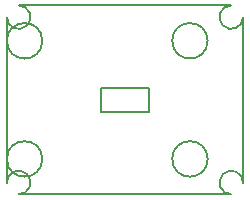
<source format=gbr>
G04 Test: Board outline layer*
G04 Tests typical PCB board outline/edge cuts*
%FSLAX26Y26*%
%MOMM*%
%ADD10C,0.15*%
D10*
G01*
G04 Main rectangular board outline with rounded corners*
X1000000Y2000000D02*
X19000000Y2000000D01*
G75*
G02*
X20000000Y3000000I0J1000000D01*
G01*
X20000000Y17000000D01*
G02*
X19000000Y18000000I-1000000J0D01*
G01*
X1000000Y18000000D01*
G02*
X0Y17000000I0J-1000000D01*
G01*
X0Y3000000D01*
G02*
X1000000Y2000000I1000000J0D01*
G04 Mounting hole cutouts*
G01*
X3000000Y5000000D02*
G03*
X3000000Y5000000I-1500000J0D01*
X17000000Y5000000D02*
G03*
X17000000Y5000000I-1500000J0D01*
X3000000Y15000000D02*
G03*
X3000000Y15000000I-1500000J0D01*
X17000000Y15000000D02*
G03*
X17000000Y15000000I-1500000J0D01*
G04 Rectangular cutout*
X8000000Y9000000D02*
G01*
X12000000Y9000000D01*
X12000000Y11000000D01*
X8000000Y11000000D01*
X8000000Y9000000D01*
M02*

</source>
